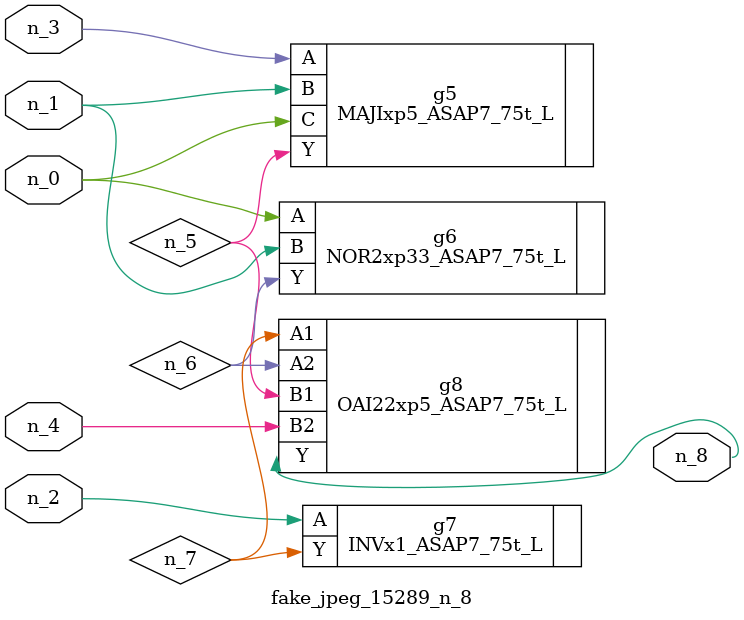
<source format=v>
module fake_jpeg_15289_n_8 (n_3, n_2, n_1, n_0, n_4, n_8);

input n_3;
input n_2;
input n_1;
input n_0;
input n_4;

output n_8;

wire n_6;
wire n_5;
wire n_7;

MAJIxp5_ASAP7_75t_L g5 ( 
.A(n_3),
.B(n_1),
.C(n_0),
.Y(n_5)
);

NOR2xp33_ASAP7_75t_L g6 ( 
.A(n_0),
.B(n_1),
.Y(n_6)
);

INVx1_ASAP7_75t_L g7 ( 
.A(n_2),
.Y(n_7)
);

OAI22xp5_ASAP7_75t_L g8 ( 
.A1(n_7),
.A2(n_6),
.B1(n_5),
.B2(n_4),
.Y(n_8)
);


endmodule
</source>
